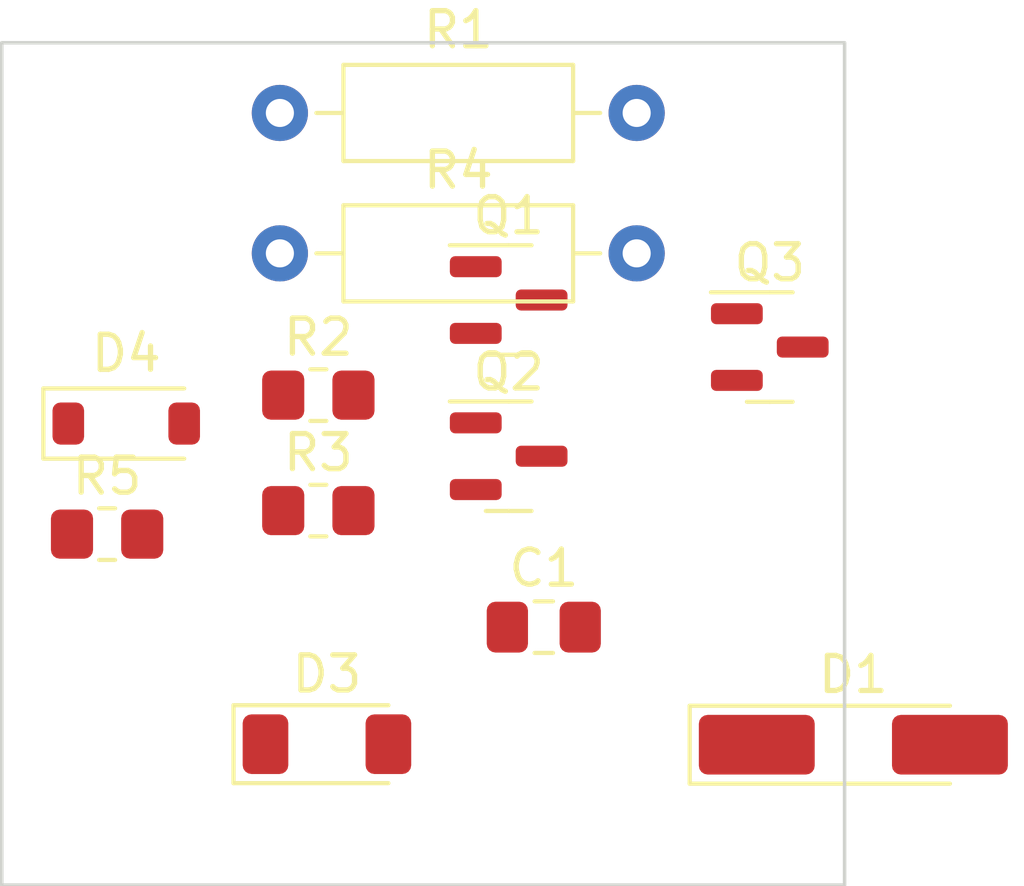
<source format=kicad_pcb>
(kicad_pcb (version 20221018) (generator pcbnew)
  (layers (0 "F.Cu" signal) (31 "B.Cu" signal) (34 "B.Paste" user) (35 "F.Paste" user) (36 "B.SilkS" user "B.Silkscreen") (37 "F.SilkS" user "F.Silkscreen") (38 "B.Mask" user) (39 "F.Mask" user) (44 "Edge.Cuts" user))
  (net 0 "")
  (net 1 "Bat-")
  (net 2 "Net-(D1-K)")
  (net 3 "ZK-")
  (net 4 "Net-(D4-A)")
  (net 5 "Main_SW")
  (net 6 "Net-(Q3-D)")
  (net 8 "Gate_main")
  (net 9 "Net-(Q2-D)")
  (net 10 "Net-(R3-Pad1)")
  (footprint "Package_TO_SOT_SMD:SOT-23" (layer "F.Cu") (at 113.435 97.33)
    (fp_text reference "Q1" (at 0 -2.4) (layer "F.SilkS"))
    (fp_text value "BC807")
    (fp_line (start 0 -1.56) (end -1.675 -1.56) (stroke (width 0.12)) (layer "F.SilkS"))
    (fp_line (start 0 -1.56) (end 0.65 -1.56) (stroke (width 0.12)) (layer "F.SilkS"))
    (fp_line (start 0 1.56) (end -0.65 1.56) (stroke (width 0.12)) (layer "F.SilkS"))
    (fp_line (start 0 1.56) (end 0.65 1.56) (stroke (width 0.12)) (layer "F.SilkS"))
    (pad "1" smd roundrect (at -0.9375 -0.95) (size 1.475 0.6) (layers "F.Cu" "F.Paste" "F.Mask"))
    (pad "2" smd roundrect (at -0.9375 0.95) (size 1.475 0.6) (layers "F.Cu" "F.Paste" "F.Mask") (net 5 "Main_SW"))
    (pad "3" smd roundrect (at 0.9375 0) (size 1.475 0.6) (layers "F.Cu" "F.Paste" "F.Mask") (net 8 "Gate_main"))
  )
  (footprint "Diode_SMD:D_MiniMELF_Handsoldering" (layer "F.Cu") (at 123.25 110)
    (fp_text reference "D1" (at 0 -2) (layer "F.SilkS"))
    (fp_text value "D_Zener_3V3")
    (fp_line (start -4.66 -1.11) (end -4.66 1.11) (stroke (width 0.12)) (layer "F.SilkS"))
    (fp_line (start -4.66 1.11) (end 2.75 1.11) (stroke (width 0.12)) (layer "F.SilkS"))
    (fp_line (start 2.75 -1.11) (end -4.66 -1.11) (stroke (width 0.12)) (layer "F.SilkS"))
    (pad "1" smd roundrect (at -2.75 0) (size 3.3 1.7) (layers "F.Cu" "F.Paste" "F.Mask") (roundrect_rratio 0.1470588235) (net 2 "Net-(D1-K)"))
    (pad "2" smd roundrect (at 2.75 0) (size 3.3 1.7) (layers "F.Cu" "F.Paste" "F.Mask") (roundrect_rratio 0.1470588235) (net 3 "ZK-"))
  )
  (footprint "Package_TO_SOT_SMD:SOT-23" (layer "F.Cu") (at 113.435 101.78)
    (fp_text reference "Q2" (at 0 -2.4) (layer "F.SilkS"))
    (fp_text value "2N7000")
    (fp_line (start 0 -1.56) (end -1.675 -1.56) (stroke (width 0.12)) (layer "F.SilkS"))
    (fp_line (start 0 -1.56) (end 0.65 -1.56) (stroke (width 0.12)) (layer "F.SilkS"))
    (fp_line (start 0 1.56) (end -0.65 1.56) (stroke (width 0.12)) (layer "F.SilkS"))
    (fp_line (start 0 1.56) (end 0.65 1.56) (stroke (width 0.12)) (layer "F.SilkS"))
    (pad "1" smd roundrect (at -0.9375 -0.95) (size 1.475 0.6) (layers "F.Cu" "F.Paste" "F.Mask") (net 5 "Main_SW"))
    (pad "2" smd roundrect (at -0.9375 0.95) (size 1.475 0.6) (layers "F.Cu" "F.Paste" "F.Mask") (net 1 "Bat-"))
    (pad "3" smd roundrect (at 0.9375 0) (size 1.475 0.6) (layers "F.Cu" "F.Paste" "F.Mask") (net 9 "Net-(Q2-D)"))
  )
  (footprint "Resistor_SMD:R_0805_2012Metric_Pad1.20x1.40mm_HandSolder" (layer "F.Cu") (at 108.015 103.33)
    (fp_text reference "R3" (at 0 -1.65) (layer "F.SilkS"))
    (fp_text value "47k")
    (fp_line (start -0.227064 -0.735) (end 0.227064 -0.735) (stroke (width 0.12)) (layer "F.SilkS"))
    (fp_line (start -0.227064 0.735) (end 0.227064 0.735) (stroke (width 0.12)) (layer "F.SilkS"))
    (pad "1" smd roundrect (at -1 0) (size 1.2 1.4) (layers "F.Cu" "F.Paste" "F.Mask") (roundrect_rratio 0.208333) (net 10 "Net-(R3-Pad1)"))
    (pad "2" smd roundrect (at 1 0) (size 1.2 1.4) (layers "F.Cu" "F.Paste" "F.Mask") (roundrect_rratio 0.208333) (net 5 "Main_SW"))
  )
  (footprint "Package_TO_SOT_SMD:SOT-23" (layer "F.Cu") (at 120.87 98.67)
    (fp_text reference "Q3" (at 0 -2.4) (layer "F.SilkS"))
    (fp_text value "2N7002")
    (fp_line (start 0 -1.56) (end -1.675 -1.56) (stroke (width 0.12)) (layer "F.SilkS"))
    (fp_line (start 0 -1.56) (end 0.65 -1.56) (stroke (width 0.12)) (layer "F.SilkS"))
    (fp_line (start 0 1.56) (end -0.65 1.56) (stroke (width 0.12)) (layer "F.SilkS"))
    (fp_line (start 0 1.56) (end 0.65 1.56) (stroke (width 0.12)) (layer "F.SilkS"))
    (pad "1" smd roundrect (at -0.9375 -0.95) (size 1.475 0.6) (layers "F.Cu" "F.Paste" "F.Mask") (net 5 "Main_SW"))
    (pad "2" smd roundrect (at -0.9375 0.95) (size 1.475 0.6) (layers "F.Cu" "F.Paste" "F.Mask") (net 1 "Bat-"))
    (pad "3" smd roundrect (at 0.9375 0) (size 1.475 0.6) (layers "F.Cu" "F.Paste" "F.Mask") (net 6 "Net-(Q3-D)"))
  )
  (footprint "Resistor_THT:R_Axial_DIN0207_L6.3mm_D2.5mm_P10.16mm_Horizontal" (layer "F.Cu") (at 106.92 96)
    (fp_text reference "R4" (at 5.08 -2.37) (layer "F.SilkS"))
    (fp_text value "100")
    (fp_line (start 1.04 0) (end 1.81 0) (stroke (width 0.12)) (layer "F.SilkS"))
    (fp_line (start 1.81 -1.37) (end 1.81 1.37) (stroke (width 0.12)) (layer "F.SilkS"))
    (fp_line (start 1.81 1.37) (end 8.35 1.37) (stroke (width 0.12)) (layer "F.SilkS"))
    (fp_line (start 8.35 -1.37) (end 1.81 -1.37) (stroke (width 0.12)) (layer "F.SilkS"))
    (fp_line (start 8.35 1.37) (end 8.35 -1.37) (stroke (width 0.12)) (layer "F.SilkS"))
    (fp_line (start 9.12 0) (end 8.35 0) (stroke (width 0.12)) (layer "F.SilkS"))
    (pad "1" thru_hole circle (at 0 0) (size 1.6 1.6) (drill 0.8) (layers "*.Cu" "*.Mask") (net 6 "Net-(Q3-D)"))
    (pad "2" thru_hole oval (at 10.16 0) (size 1.6 1.6) (drill 0.8) (layers "*.Cu" "*.Mask") (net 3 "ZK-"))
  )
  (footprint "Capacitor_SMD:C_0805_2012Metric_Pad1.18x1.45mm_HandSolder" (layer "F.Cu") (at 114.435 106.65)
    (fp_text reference "C1" (at 0 -1.68) (layer "F.SilkS"))
    (fp_text value "10n")
    (fp_line (start -0.261252 -0.735) (end 0.261252 -0.735) (stroke (width 0.12)) (layer "F.SilkS"))
    (fp_line (start -0.261252 0.735) (end 0.261252 0.735) (stroke (width 0.12)) (layer "F.SilkS"))
    (pad "1" smd roundrect (at -1.0375 0) (size 1.175 1.45) (layers "F.Cu" "F.Paste" "F.Mask") (roundrect_rratio 0.212766) (net 1 "Bat-"))
    (pad "2" smd roundrect (at 1.0375 0) (size 1.175 1.45) (layers "F.Cu" "F.Paste" "F.Mask") (roundrect_rratio 0.212766) (net 5 "Main_SW"))
  )
  (footprint "Resistor_SMD:R_0805_2012Metric_Pad1.20x1.40mm_HandSolder" (layer "F.Cu") (at 102 104)
    (fp_text reference "R5" (at 0 -1.65) (layer "F.SilkS"))
    (fp_text value "47k")
    (fp_line (start -0.227064 -0.735) (end 0.227064 -0.735) (stroke (width 0.12)) (layer "F.SilkS"))
    (fp_line (start -0.227064 0.735) (end 0.227064 0.735) (stroke (width 0.12)) (layer "F.SilkS"))
    (pad "1" smd roundrect (at -1 0) (size 1.2 1.4) (layers "F.Cu" "F.Paste" "F.Mask") (roundrect_rratio 0.208333) (net 4 "Net-(D4-A)"))
    (pad "2" smd roundrect (at 1 0) (size 1.2 1.4) (layers "F.Cu" "F.Paste" "F.Mask") (roundrect_rratio 0.208333) (net 10 "Net-(R3-Pad1)"))
  )
  (footprint "Resistor_THT:R_Axial_DIN0207_L6.3mm_D2.5mm_P10.16mm_Horizontal" (layer "F.Cu") (at 106.92 92)
    (fp_text reference "R1" (at 5.08 -2.37) (layer "F.SilkS"))
    (fp_text value "100")
    (fp_line (start 1.04 0) (end 1.81 0) (stroke (width 0.12)) (layer "F.SilkS"))
    (fp_line (start 1.81 -1.37) (end 1.81 1.37) (stroke (width 0.12)) (layer "F.SilkS"))
    (fp_line (start 1.81 1.37) (end 8.35 1.37) (stroke (width 0.12)) (layer "F.SilkS"))
    (fp_line (start 8.35 -1.37) (end 1.81 -1.37) (stroke (width 0.12)) (layer "F.SilkS"))
    (fp_line (start 8.35 1.37) (end 8.35 -1.37) (stroke (width 0.12)) (layer "F.SilkS"))
    (fp_line (start 9.12 0) (end 8.35 0) (stroke (width 0.12)) (layer "F.SilkS"))
    (pad "1" thru_hole circle (at 0 0) (size 1.6 1.6) (drill 0.8) (layers "*.Cu" "*.Mask") (net 9 "Net-(Q2-D)"))
    (pad "2" thru_hole oval (at 10.16 0) (size 1.6 1.6) (drill 0.8) (layers "*.Cu" "*.Mask") (net 3 "ZK-"))
  )
  (footprint "Diode_SMD:D_SOD-123" (layer "F.Cu") (at 102.545 100.85)
    (fp_text reference "D4" (at 0 -2) (layer "F.SilkS"))
    (fp_text value "1N4148")
    (fp_line (start -2.36 -1) (end -2.36 1) (stroke (width 0.12)) (layer "F.SilkS"))
    (fp_line (start -2.36 -1) (end 1.65 -1) (stroke (width 0.12)) (layer "F.SilkS"))
    (fp_line (start -2.36 1) (end 1.65 1) (stroke (width 0.12)) (layer "F.SilkS"))
    (pad "1" smd roundrect (at -1.65 0) (size 0.9 1.2) (layers "F.Cu" "F.Paste" "F.Mask") (net 2 "Net-(D1-K)"))
    (pad "2" smd roundrect (at 1.65 0) (size 0.9 1.2) (layers "F.Cu" "F.Paste" "F.Mask") (net 4 "Net-(D4-A)"))
  )
  (footprint "Resistor_SMD:R_0805_2012Metric_Pad1.20x1.40mm_HandSolder" (layer "F.Cu") (at 108.015 100.04)
    (fp_text reference "R2" (at 0 -1.65) (layer "F.SilkS"))
    (fp_text value "47k")
    (fp_line (start -0.227064 -0.735) (end 0.227064 -0.735) (stroke (width 0.12)) (layer "F.SilkS"))
    (fp_line (start -0.227064 0.735) (end 0.227064 0.735) (stroke (width 0.12)) (layer "F.SilkS"))
    (pad "1" smd roundrect (at -1 0) (size 1.2 1.4) (layers "F.Cu" "F.Paste" "F.Mask") (roundrect_rratio 0.208333) (net 1 "Bat-"))
    (pad "2" smd roundrect (at 1 0) (size 1.2 1.4) (layers "F.Cu" "F.Paste" "F.Mask") (roundrect_rratio 0.208333) (net 5 "Main_SW"))
  )
  (footprint "Diode_SMD:D_MiniMELF" (layer "F.Cu") (at 108.26 109.985)
    (fp_text reference "D3" (at 0 -2) (layer "F.SilkS"))
    (fp_text value "BZV55B12")
    (fp_line (start -2.66 -1.11) (end -2.66 1.11) (stroke (width 0.12)) (layer "F.SilkS"))
    (fp_line (start -2.66 1.11) (end 1.75 1.11) (stroke (width 0.12)) (layer "F.SilkS"))
    (fp_line (start 1.75 -1.11) (end -2.66 -1.11) (stroke (width 0.12)) (layer "F.SilkS"))
    (pad "1" smd roundrect (at -1.75 0) (size 1.3 1.7) (layers "F.Cu" "F.Paste" "F.Mask") (roundrect_rratio 0.1923076923) (net 5 "Main_SW"))
    (pad "2" smd roundrect (at 1.75 0) (size 1.3 1.7) (layers "F.Cu" "F.Paste" "F.Mask") (roundrect_rratio 0.1923076923) (net 1 "Bat-"))
  )
  (gr_poly (pts (xy 99 90) (xy 123 90) (xy 123 114) (xy 99 114)) (stroke (width 0.1)) (fill none) (layer "Edge.Cuts"))
)
</source>
